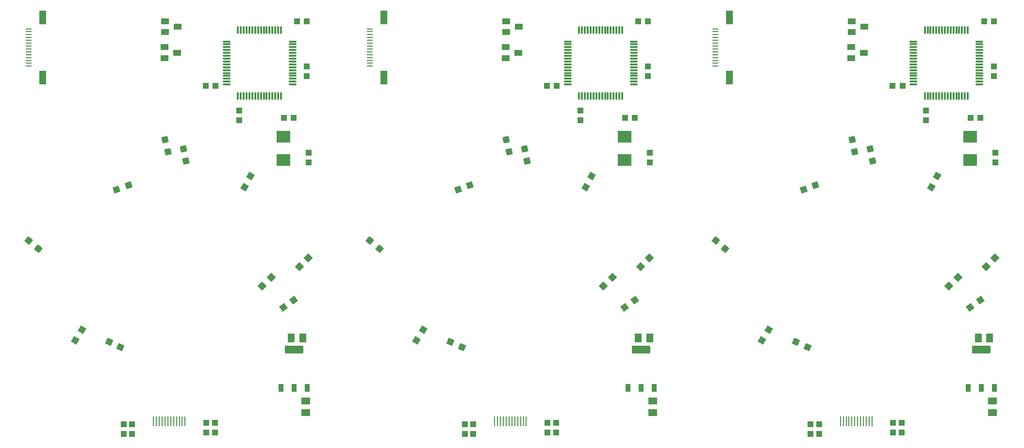
<source format=gtp>
G04*
G04 #@! TF.GenerationSoftware,Altium Limited,Altium Designer,23.6.0 (18)*
G04*
G04 Layer_Color=8421504*
%FSLAX44Y44*%
%MOMM*%
G71*
G04*
G04 #@! TF.SameCoordinates,4061A6F7-F738-458C-8749-E02376798AA4*
G04*
G04*
G04 #@! TF.FilePolarity,Positive*
G04*
G01*
G75*
%ADD10R,2.4000X2.0000*%
%ADD11R,1.0000X0.2000*%
%ADD12R,1.2000X2.4000*%
%ADD13O,1.5000X0.3000*%
%ADD14O,0.3000X1.5000*%
G04:AMPARAMS|DCode=15|XSize=0.93mm|YSize=1.31mm|CornerRadius=0.0698mm|HoleSize=0mm|Usage=FLASHONLY|Rotation=360.000|XOffset=0mm|YOffset=0mm|HoleType=Round|Shape=RoundedRectangle|*
%AMROUNDEDRECTD15*
21,1,0.9300,1.1705,0,0,360.0*
21,1,0.7905,1.3100,0,0,360.0*
1,1,0.1395,0.3953,-0.5853*
1,1,0.1395,-0.3953,-0.5853*
1,1,0.1395,-0.3953,0.5853*
1,1,0.1395,0.3953,0.5853*
%
%ADD15ROUNDEDRECTD15*%
G04:AMPARAMS|DCode=16|XSize=3.24mm|YSize=1.31mm|CornerRadius=0.0983mm|HoleSize=0mm|Usage=FLASHONLY|Rotation=360.000|XOffset=0mm|YOffset=0mm|HoleType=Round|Shape=RoundedRectangle|*
%AMROUNDEDRECTD16*
21,1,3.2400,1.1135,0,0,360.0*
21,1,3.0435,1.3100,0,0,360.0*
1,1,0.1965,1.5218,-0.5568*
1,1,0.1965,-1.5218,-0.5568*
1,1,0.1965,-1.5218,0.5568*
1,1,0.1965,1.5218,0.5568*
%
%ADD16ROUNDEDRECTD16*%
%ADD17R,1.2000X1.6000*%
%ADD18R,1.6000X1.2000*%
%ADD19R,1.0000X1.1000*%
%ADD20R,1.1000X1.0000*%
%ADD21P,1.5556X4X107.0*%
%ADD22P,1.5556X4X327.0*%
%ADD23P,1.5556X4X65.0*%
%ADD24P,1.5556X4X364.0*%
%ADD25P,1.5556X4X283.0*%
%ADD26P,1.5556X4X200.0*%
%ADD27P,1.5556X4X260.0*%
%ADD28P,1.5556X4X270.0*%
%ADD29R,1.4000X1.0000*%
%ADD30R,0.2000X1.7000*%
D10*
X1677500Y1785000D02*
D03*
Y1825000D02*
D03*
X1074500Y1785000D02*
D03*
Y1825000D02*
D03*
X479250Y1785000D02*
D03*
Y1825000D02*
D03*
D11*
X1233000Y2013750D02*
D03*
Y2008750D02*
D03*
Y2003750D02*
D03*
Y1998750D02*
D03*
Y1993750D02*
D03*
Y1988750D02*
D03*
Y1983750D02*
D03*
Y1978750D02*
D03*
Y1973750D02*
D03*
Y1968750D02*
D03*
Y1963750D02*
D03*
Y1958750D02*
D03*
Y1953750D02*
D03*
Y1948750D02*
D03*
X630000Y2013750D02*
D03*
Y2008750D02*
D03*
Y2003750D02*
D03*
Y1998750D02*
D03*
Y1993750D02*
D03*
Y1988750D02*
D03*
Y1983750D02*
D03*
Y1978750D02*
D03*
Y1973750D02*
D03*
Y1968750D02*
D03*
Y1963750D02*
D03*
Y1958750D02*
D03*
Y1953750D02*
D03*
Y1948750D02*
D03*
X34750Y2013750D02*
D03*
Y2008750D02*
D03*
Y2003750D02*
D03*
Y1998750D02*
D03*
Y1993750D02*
D03*
Y1988750D02*
D03*
Y1983750D02*
D03*
Y1978750D02*
D03*
Y1973750D02*
D03*
Y1968750D02*
D03*
Y1963750D02*
D03*
Y1958750D02*
D03*
Y1953750D02*
D03*
Y1948750D02*
D03*
D12*
X1258000Y2033750D02*
D03*
Y1928750D02*
D03*
X655000Y2033750D02*
D03*
Y1928750D02*
D03*
X59750Y2033750D02*
D03*
Y1928750D02*
D03*
D13*
X1578500Y1916750D02*
D03*
Y1921750D02*
D03*
Y1926750D02*
D03*
Y1931750D02*
D03*
Y1936750D02*
D03*
Y1941750D02*
D03*
Y1946750D02*
D03*
Y1951750D02*
D03*
Y1956750D02*
D03*
Y1961750D02*
D03*
Y1966750D02*
D03*
Y1971750D02*
D03*
Y1976750D02*
D03*
Y1981750D02*
D03*
Y1986750D02*
D03*
Y1991750D02*
D03*
X1693500D02*
D03*
Y1986750D02*
D03*
Y1971750D02*
D03*
Y1966750D02*
D03*
Y1961750D02*
D03*
Y1956750D02*
D03*
Y1951750D02*
D03*
Y1941750D02*
D03*
Y1936750D02*
D03*
Y1931750D02*
D03*
Y1926750D02*
D03*
Y1921750D02*
D03*
Y1916750D02*
D03*
Y1946750D02*
D03*
Y1976750D02*
D03*
Y1981750D02*
D03*
X975500Y1916750D02*
D03*
Y1921750D02*
D03*
Y1926750D02*
D03*
Y1931750D02*
D03*
Y1936750D02*
D03*
Y1941750D02*
D03*
Y1946750D02*
D03*
Y1951750D02*
D03*
Y1956750D02*
D03*
Y1961750D02*
D03*
Y1966750D02*
D03*
Y1971750D02*
D03*
Y1976750D02*
D03*
Y1981750D02*
D03*
Y1986750D02*
D03*
Y1991750D02*
D03*
X1090500D02*
D03*
Y1986750D02*
D03*
Y1971750D02*
D03*
Y1966750D02*
D03*
Y1961750D02*
D03*
Y1956750D02*
D03*
Y1951750D02*
D03*
Y1941750D02*
D03*
Y1936750D02*
D03*
Y1931750D02*
D03*
Y1926750D02*
D03*
Y1921750D02*
D03*
Y1916750D02*
D03*
Y1946750D02*
D03*
Y1976750D02*
D03*
Y1981750D02*
D03*
X380250Y1916750D02*
D03*
Y1921750D02*
D03*
Y1926750D02*
D03*
Y1931750D02*
D03*
Y1936750D02*
D03*
Y1941750D02*
D03*
Y1946750D02*
D03*
Y1951750D02*
D03*
Y1956750D02*
D03*
Y1961750D02*
D03*
Y1966750D02*
D03*
Y1971750D02*
D03*
Y1976750D02*
D03*
Y1981750D02*
D03*
Y1986750D02*
D03*
Y1991750D02*
D03*
X495250D02*
D03*
Y1986750D02*
D03*
Y1971750D02*
D03*
Y1966750D02*
D03*
Y1961750D02*
D03*
Y1956750D02*
D03*
Y1951750D02*
D03*
Y1941750D02*
D03*
Y1936750D02*
D03*
Y1931750D02*
D03*
Y1926750D02*
D03*
Y1921750D02*
D03*
Y1916750D02*
D03*
Y1946750D02*
D03*
Y1976750D02*
D03*
Y1981750D02*
D03*
D14*
X1603500Y2011750D02*
D03*
X1613500D02*
D03*
X1618500D02*
D03*
X1623500D02*
D03*
X1628500D02*
D03*
X1633500D02*
D03*
X1638500D02*
D03*
X1643500D02*
D03*
X1648500D02*
D03*
X1653500D02*
D03*
X1673500Y1896750D02*
D03*
X1668500D02*
D03*
X1663500D02*
D03*
X1658500D02*
D03*
X1653500D02*
D03*
X1648500D02*
D03*
X1643500D02*
D03*
X1638500D02*
D03*
X1633500D02*
D03*
X1628500D02*
D03*
X1623500D02*
D03*
X1618500D02*
D03*
X1613500D02*
D03*
X1608500D02*
D03*
X1603500D02*
D03*
X1598500D02*
D03*
X1608500Y2011750D02*
D03*
X1658500D02*
D03*
X1668500D02*
D03*
X1598500D02*
D03*
X1663500D02*
D03*
X1673500D02*
D03*
X1000500Y2011750D02*
D03*
X1010500D02*
D03*
X1015500D02*
D03*
X1020500D02*
D03*
X1025500D02*
D03*
X1030500D02*
D03*
X1035500D02*
D03*
X1040500D02*
D03*
X1045500D02*
D03*
X1050500D02*
D03*
X1070500Y1896750D02*
D03*
X1065500D02*
D03*
X1060500D02*
D03*
X1055500D02*
D03*
X1050500D02*
D03*
X1045500D02*
D03*
X1040500D02*
D03*
X1035500D02*
D03*
X1030500D02*
D03*
X1025500D02*
D03*
X1020500D02*
D03*
X1015500D02*
D03*
X1010500D02*
D03*
X1005500D02*
D03*
X1000500D02*
D03*
X995500D02*
D03*
X1005500Y2011750D02*
D03*
X1055500D02*
D03*
X1065500D02*
D03*
X995500D02*
D03*
X1060500D02*
D03*
X1070500D02*
D03*
X405250Y2011750D02*
D03*
X415250D02*
D03*
X420250D02*
D03*
X425250D02*
D03*
X430250D02*
D03*
X435250D02*
D03*
X440250D02*
D03*
X445250D02*
D03*
X450250D02*
D03*
X455250D02*
D03*
X475250Y1896750D02*
D03*
X470250D02*
D03*
X465250D02*
D03*
X460250D02*
D03*
X455250D02*
D03*
X450250D02*
D03*
X445250D02*
D03*
X440250D02*
D03*
X435250D02*
D03*
X430250D02*
D03*
X425250D02*
D03*
X420250D02*
D03*
X415250D02*
D03*
X410250D02*
D03*
X405250D02*
D03*
X400250D02*
D03*
X410250Y2011750D02*
D03*
X460250D02*
D03*
X470250D02*
D03*
X400250D02*
D03*
X465250D02*
D03*
X475250D02*
D03*
D15*
X1673850Y1386850D02*
D03*
X1696750D02*
D03*
X1719650D02*
D03*
X1080850Y1386850D02*
D03*
X1103750D02*
D03*
X1126650D02*
D03*
X475600Y1386850D02*
D03*
X498500D02*
D03*
X521400D02*
D03*
D16*
X1696750Y1453750D02*
D03*
X1103750Y1453750D02*
D03*
X498500Y1453750D02*
D03*
D17*
X1711750Y1473750D02*
D03*
X1691750D02*
D03*
X1098750Y1473750D02*
D03*
X1118750D02*
D03*
X513500Y1473750D02*
D03*
X493500D02*
D03*
D18*
X1716750Y1363750D02*
D03*
Y1343750D02*
D03*
X1123750Y1363750D02*
D03*
Y1343750D02*
D03*
X518500Y1363750D02*
D03*
Y1343750D02*
D03*
D19*
X1718750Y1948250D02*
D03*
Y1931250D02*
D03*
X1721750Y1780250D02*
D03*
Y1797250D02*
D03*
X1558000Y1309250D02*
D03*
X1414000Y1323000D02*
D03*
Y1306000D02*
D03*
X1399250D02*
D03*
Y1323000D02*
D03*
X1543250Y1309250D02*
D03*
Y1326250D02*
D03*
X1558000Y1326250D02*
D03*
X1600750Y1854500D02*
D03*
Y1871500D02*
D03*
X1115750Y1948250D02*
D03*
Y1931250D02*
D03*
X1118750Y1780250D02*
D03*
Y1797250D02*
D03*
X955000Y1309250D02*
D03*
X811000Y1323000D02*
D03*
Y1306000D02*
D03*
X796250D02*
D03*
Y1323000D02*
D03*
X940250Y1309250D02*
D03*
Y1326250D02*
D03*
X955000Y1326250D02*
D03*
X997750Y1854500D02*
D03*
Y1871500D02*
D03*
X520500Y1948250D02*
D03*
Y1931250D02*
D03*
X523500Y1780250D02*
D03*
Y1797250D02*
D03*
X359750Y1309250D02*
D03*
X215750Y1323000D02*
D03*
Y1306000D02*
D03*
X201000D02*
D03*
Y1323000D02*
D03*
X345000Y1309250D02*
D03*
Y1326250D02*
D03*
X359750Y1326250D02*
D03*
X402500Y1854500D02*
D03*
Y1871500D02*
D03*
D20*
X1678500Y1858500D02*
D03*
X1695500D02*
D03*
X1559500Y1914500D02*
D03*
X1542500D02*
D03*
X1718750Y2027000D02*
D03*
X1701750D02*
D03*
X1075500Y1858500D02*
D03*
X1092500D02*
D03*
X956500Y1914500D02*
D03*
X939500D02*
D03*
X1115750Y2027000D02*
D03*
X1098750D02*
D03*
X480250Y1858500D02*
D03*
X497250D02*
D03*
X361250Y1914500D02*
D03*
X344250D02*
D03*
X520500Y2027000D02*
D03*
X503500D02*
D03*
D21*
X1620164Y1757212D02*
D03*
X1609836Y1737788D02*
D03*
X1017164Y1757213D02*
D03*
X1006836Y1737788D02*
D03*
X421914Y1757212D02*
D03*
X411586Y1737788D02*
D03*
D22*
X1507787Y1782740D02*
D03*
X1503213Y1804260D02*
D03*
X1476037Y1798990D02*
D03*
X1471463Y1820510D02*
D03*
X904787Y1782740D02*
D03*
X900213Y1804260D02*
D03*
X873037Y1798990D02*
D03*
X868463Y1820510D02*
D03*
X309537Y1782740D02*
D03*
X304963Y1804260D02*
D03*
X277787Y1798990D02*
D03*
X273213Y1820510D02*
D03*
D23*
X1407587Y1740512D02*
D03*
X1386913Y1732988D02*
D03*
X804587Y1740512D02*
D03*
X783913Y1732988D02*
D03*
X209337Y1740512D02*
D03*
X188663Y1732988D02*
D03*
D24*
X1250250Y1630000D02*
D03*
X1233646Y1644433D02*
D03*
X647250Y1630000D02*
D03*
X630647Y1644433D02*
D03*
X52000Y1630000D02*
D03*
X35396Y1644433D02*
D03*
D25*
X1314421Y1470172D02*
D03*
X1326079Y1488828D02*
D03*
X711421Y1470172D02*
D03*
X723079Y1488829D02*
D03*
X116171Y1470172D02*
D03*
X127829Y1488828D02*
D03*
D26*
X1373781Y1466899D02*
D03*
X1393719Y1457601D02*
D03*
X770781Y1466899D02*
D03*
X790719Y1457601D02*
D03*
X175531Y1466899D02*
D03*
X195469Y1457601D02*
D03*
D27*
X1677479Y1527631D02*
D03*
X1695500Y1540250D02*
D03*
X1074479Y1527631D02*
D03*
X1092500Y1540250D02*
D03*
X479229Y1527631D02*
D03*
X497250Y1540250D02*
D03*
D28*
X1640722Y1564472D02*
D03*
X1656278Y1580028D02*
D03*
X1705472Y1598472D02*
D03*
X1721028Y1614028D02*
D03*
X1037722Y1564472D02*
D03*
X1053278Y1580028D02*
D03*
X1102472Y1598472D02*
D03*
X1118028Y1614028D02*
D03*
X442472Y1564472D02*
D03*
X458028Y1580028D02*
D03*
X507222Y1598472D02*
D03*
X522778Y1614028D02*
D03*
D29*
X1471000Y2008250D02*
D03*
X1470500Y1962750D02*
D03*
Y1981750D02*
D03*
X1492500Y1972250D02*
D03*
X1471000Y2027250D02*
D03*
X1493000Y2017750D02*
D03*
X868000Y2008250D02*
D03*
X867500Y1962750D02*
D03*
Y1981750D02*
D03*
X889500Y1972250D02*
D03*
X868000Y2027250D02*
D03*
X890000Y2017750D02*
D03*
X272750Y2008250D02*
D03*
X272250Y1962750D02*
D03*
Y1981750D02*
D03*
X294250Y1972250D02*
D03*
X272750Y2027250D02*
D03*
X294750Y2017750D02*
D03*
D30*
X1451250Y1328500D02*
D03*
X1456250D02*
D03*
X1466250D02*
D03*
X1461250D02*
D03*
X1471250D02*
D03*
X1476250D02*
D03*
X1486250D02*
D03*
X1481250D02*
D03*
X1491250D02*
D03*
X1496250D02*
D03*
X1506250D02*
D03*
X1501250D02*
D03*
X848250Y1328500D02*
D03*
X853250D02*
D03*
X863250D02*
D03*
X858250D02*
D03*
X868250D02*
D03*
X873250D02*
D03*
X883250D02*
D03*
X878250D02*
D03*
X888250D02*
D03*
X893250D02*
D03*
X903250D02*
D03*
X898250D02*
D03*
X253000Y1328500D02*
D03*
X258000D02*
D03*
X268000D02*
D03*
X263000D02*
D03*
X273000D02*
D03*
X278000D02*
D03*
X288000D02*
D03*
X283000D02*
D03*
X293000D02*
D03*
X298000D02*
D03*
X308000D02*
D03*
X303000D02*
D03*
M02*

</source>
